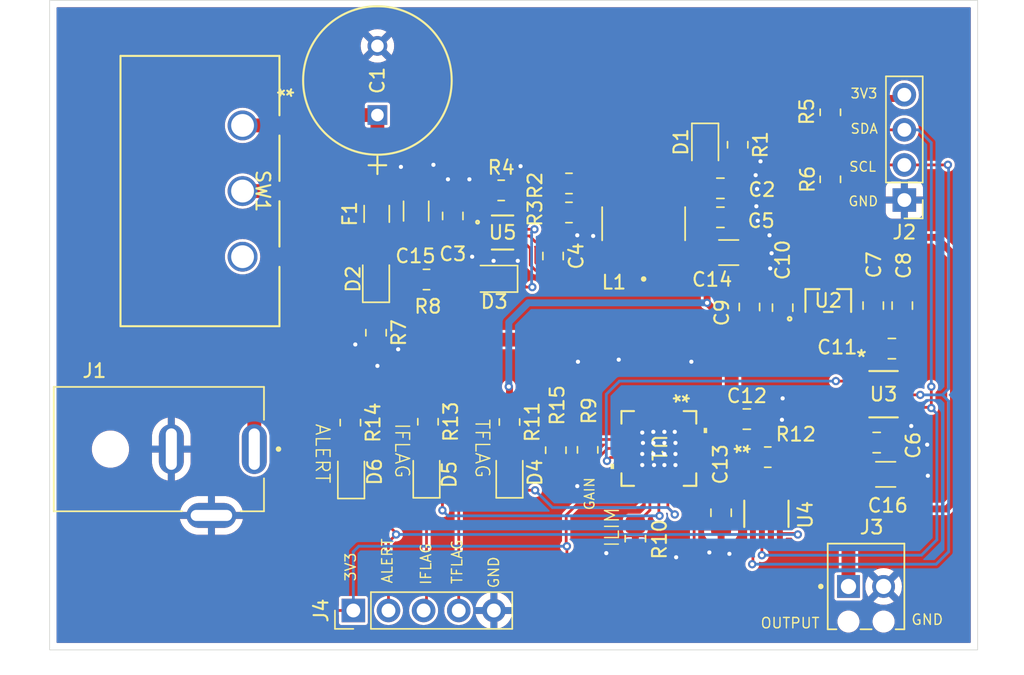
<source format=kicad_pcb>
(kicad_pcb (version 20240108) (generator "pcbnew") (generator_version "8.0")
  (layers (0 "F.Cu" signal) (1 "In1.Cu" signal) (2 "In2.Cu" signal) (31 "B.Cu" signal) (34 "B.Paste" user) (35 "F.Paste" user) (36 "B.SilkS" user "B.Silkscreen") (37 "F.SilkS" user "F.Silkscreen") (38 "B.Mask" user) (39 "F.Mask" user) (44 "Edge.Cuts" user))
  (net 0 "")
  (net 1 "/24V_INPUT")
  (net 2 "GND")
  (net 3 "+3V3")
  (net 4 "+24V")
  (net 5 "Net-(U5-BST)")
  (net 6 "Net-(U5-SW)")
  (net 7 "Net-(D1-K)")
  (net 8 "Net-(D2-K)")
  (net 9 "Net-(D3-K)")
  (net 10 "Net-(D3-A)")
  (net 11 "Net-(SW1-B)")
  (net 12 "Net-(U5-FB)")
  (net 14 "Net-(U5-RT)")
  (net 15 "VCCQ")
  (net 16 "Net-(D4-A)")
  (net 17 "TFLAG")
  (net 18 "Net-(D5-A)")
  (net 19 "IFLAG")
  (net 20 "/SDA")
  (net 21 "/SCL")
  (net 22 "Net-(U1-GAIN_SET)")
  (net 23 "Net-(U1-'-IN)")
  (net 24 "Net-(U1-ILIM)")
  (net 25 "/OP_OUTPUT")
  (net 26 "/OUTPUT")
  (net 27 "Net-(U1-'+IN)")
  (net 34 "ALERT")
  (net 35 "Net-(D6-A)")
  (footprint "Resistor_SMD:R_0805_2012Metric_Pad1.20x1.40mm_HandSolder" (layer "F.Cu") (at 97 93.3 -90)
    (property "Reference" "R10")
    (property "Value" "0")
  )
  (footprint "Capacitor_SMD:C_0805_2012Metric_Pad1.18x1.45mm_HandSolder" (layer "F.Cu") (at 91.05 72.85 -90)
    (property "Reference" "C4")
    (property "Value" "100nF")
  )
  (footprint "Capacitor_SMD:C_0805_2012Metric_Pad1.18x1.45mm_HandSolder" (layer "F.Cu") (at 105.25 76.5375 90)
    (property "Reference" "C9")
    (property "Value" "100nF")
  )
  (footprint "Resistor_SMD:R_0805_2012Metric_Pad1.20x1.40mm_HandSolder" (layer "F.Cu") (at 87.3 68.1)
    (property "Reference" "R4")
    (property "Value" "0")
  )
  (footprint "Resistor_SMD:R_0805_2012Metric_Pad1.20x1.40mm_HandSolder" (layer "F.Cu") (at 78.25 78.4 -90)
    (property "Reference" "R7")
    (property "Value" "1k")
  )
  (footprint "Resistor_SMD:R_0805_2012Metric_Pad1.20x1.40mm_HandSolder" (layer "F.Cu") (at 104.4 64.8 -90)
    (property "Reference" "R1")
    (property "Value" "1k")
  )
  (footprint "LED_SMD:LED_0805_2012Metric" (layer "F.Cu") (at 102.05 64.9375 -90)
    (property "Reference" "D1")
    (property "Value" "LED")
  )
  (footprint "Capacitor_SMD:C_0805_2012Metric_Pad1.18x1.45mm_HandSolder" (layer "F.Cu") (at 103.15 70.05)
    (property "Reference" "C5")
    (property "Value" "22uF")
  )
  (footprint "Capacitor_SMD:C_0805_2012Metric_Pad1.18x1.45mm_HandSolder" (layer "F.Cu") (at 114.2 76.4375 90)
    (property "Reference" "C7")
    (property "Value" "100nF")
  )
  (footprint "Capacitor_SMD:C_0805_2012Metric_Pad1.18x1.45mm_HandSolder" (layer "F.Cu") (at 83.8 69.95 90)
    (property "Reference" "C3")
    (property "Value" "22uF")
  )
  (footprint "Capacitor_SMD:C_0805_2012Metric_Pad1.18x1.45mm_HandSolder" (layer "F.Cu") (at 115.55 79.55 180)
    (property "Reference" "C11")
    (property "Value" "100nF")
  )
  (footprint "Power_Supply_Breakout:IND_1255AY-4R7M=P3" (layer "F.Cu") (at 97.6 70.5125 90)
    (property "Reference" "L1")
    (property "Value" "4.7uH")
  )
  (footprint "Power_Supply_Breakout:CUI_PJ-059A" (layer "F.Cu") (at 69.448 86.82155)
    (property "Reference" "J1")
    (property "Value" "Barrel_Jack_Switch")
  )
  (footprint "Capacitor_SMD:C_0805_2012Metric_Pad1.18x1.45mm_HandSolder" (layer "F.Cu") (at 116.3 76.4375 90)
    (property "Reference" "C8")
    (property "Value" "100nF")
  )
  (footprint "Resistor_SMD:R_0805_2012Metric_Pad1.20x1.40mm_HandSolder" (layer "F.Cu") (at 111.1 67.3 90)
    (property "Reference" "R6")
    (property "Value" "4.7k")
  )
  (footprint "LED_SMD:LED_0805_2012Metric" (layer "F.Cu") (at 87.9 88.6625 90)
    (property "Reference" "D4")
    (property "Value" "LED")
  )
  (footprint "Resistor_SMD:R_0805_2012Metric_Pad1.20x1.40mm_HandSolder" (layer "F.Cu") (at 82.005 84.8425 -90)
    (property "Reference" "R13")
    (property "Value" "1k")
  )
  (footprint "LED_SMD:LED_0805_2012Metric" (layer "F.Cu") (at 86.8 74.5 180)
    (property "Reference" "D3")
    (property "Value" "LED")
  )
  (footprint "Power_Supply_Breakout:OPA521IRGWT-M" (layer "F.Cu") (at 98.700001 86.7751 -90)
    (property "Reference" "U1")
    (property "Value" "OPA521IRGWT")
  )
  (footprint "Resistor_SMD:R_0805_2012Metric_Pad1.20x1.40mm_HandSolder" (layer "F.Cu") (at 91.25 86.9 -90)
    (property "Reference" "R15")
    (property "Value" "0")
  )
  (footprint "Resistor_SMD:R_0805_2012Metric_Pad1.20x1.40mm_HandSolder" (layer "F.Cu") (at 76.395 84.905 -90)
    (property "Reference" "R14")
    (property "Value" "1k")
  )
  (footprint "Power_Supply_Breakout:ECA-1HM331B" (layer "F.Cu") (at 78.35 62.65 90)
    (property "Reference" "C1")
    (property "Value" "330uF")
  )
  (footprint "LED_SMD:LED_0805_2012Metric" (layer "F.Cu") (at 81.9 88.6625 90)
    (property "Reference" "D5")
    (property "Value" "LED")
  )
  (footprint "Power_Supply_Breakout:INA232AIDDFR-M" (layer "F.Cu") (at 106.475008 91.50385 -90)
    (property "Reference" "U4")
    (property "Value" "INA232AIDDFR")
  )
  (footprint "Resistor_SMD:R_0805_2012Metric_Pad1.20x1.40mm_HandSolder" (layer "F.Cu") (at 111.1 62.45 -90)
    (property "Reference" "R5")
    (property "Value" "4.7k")
  )
  (footprint "Capacitor_SMD:C_0805_2012Metric_Pad1.18x1.45mm_HandSolder" (layer "F.Cu") (at 103.200001 91.4251 -90)
    (property "Reference" "C13")
    (property "Value" "100nF")
  )
  (footprint "Power_Supply_Breakout:REF3030-M" (layer "F.Cu") (at 110.949999 76.0707)
    (property "Reference" "U2")
    (property "Value" "REF3030")
  )
  (footprint "Capacitor_SMD:C_0805_2012Metric_Pad1.18x1.45mm_HandSolder" (layer "F.Cu") (at 114.45 86.35)
    (property "Reference" "C6")
    (property "Value" "100nF")
  )
  (footprint "LED_SMD:LED_0805_2012Metric" (layer "F.Cu") (at 76.45 88.7125 90)
    (property "Reference" "D6")
    (property "Value" "LED")
  )
  (footprint "Power_Supply_Breakout:MCP4726A0T_E_CH-M" (layer "F.Cu") (at 114.9462 82.850001)
    (property "Reference" "U3")
    (property "Value" "MCP4726A0T-E/CH")
  )
  (footprint "Capacitor_SMD:C_0805_2012Metric_Pad1.18x1.45mm_HandSolder" (layer "F.Cu") (at 105.0625 84.65)
    (property "Reference" "C12")
    (property "Value" "100nF")
  )
  (footprint "Resistor_SMD:R_0805_2012Metric_Pad1.20x1.40mm_HandSolder" (layer "F.Cu") (at 81.9 74.55)
    (property "Reference" "R8")
    (property "Value" "1k")
  )
  (footprint "Power_Supply_Breakout:L102021MS02Q" (layer "F.Cu") (at 68.6 63.399999 -90)
    (property "Reference" "SW1")
    (property "Value" "SW_SPDT")
  )
  (footprint "Connector_PinHeader_2.54mm:PinHeader_1x04_P2.54mm_Vertical" (layer "F.Cu") (at 116.45 68.8 180)
    (property "Reference" "J2")
    (property "Value" "Conn_01x04")
  )
  (footprint "Fuse:Fuse_1206_3216Metric_Pad1.42x1.75mm_HandSolder" (layer "F.Cu") (at 78.3 69.8 -90)
    (property "Reference" "F1")
    (property "Value" "Fuse")
  )
  (footprint "Capacitor_SMD:C_1206_3216Metric_Pad1.33x1.80mm_HandSolder" (layer "F.Cu") (at 115.1 88.65)
    (property "Reference" "C16")
    (property "Value" "10uF")
  )
  (footprint "Resistor_SMD:R_0805_2012Metric_Pad1.20x1.40mm_HandSolder" (layer "F.Cu") (at 92.2 67.6 180)
    (property "Reference" "R2")
    (property "Value" "31.3k")
  )
  (footprint "Connector_PinHeader_2.54mm:PinHeader_1x05_P2.54mm_Vertical" (layer "F.Cu") (at 76.61 98.5 90)
    (property "Reference" "J4")
    (property "Value" "Conn_01x05")
  )
  (footprint "Resistor_SMD:R_0805_2012Metric_Pad1.20x1.40mm_HandSolder" (layer "F.Cu") (at 87.9 84.8625 -90)
    (property "Reference" "R11")
    (property "Value" "1k")
  )
  (footprint "Capacitor_SMD:C_0805_2012Metric_Pad1.18x1.45mm_HandSolder" (layer "F.Cu") (at 107.65 76.5875 90)
    (property "Reference" "C10")
    (property "Value" "100nF")
  )
  (footprint "Resistor_SMD:R_0805_2012Metric_Pad1.20x1.40mm_HandSolder" (layer "F.Cu") (at 106.575008 87.40385)
    (property "Reference" "R12")
    (property "Value" "10m")
  )
  (footprint "Power_Supply_Breakout:PHOENIX_1725656" (layer "F.Cu") (at 110.91 99.86)
    (property "Reference" "J3")
    (property "Value" "Conn_01x02")
  )
  (footprint "Capacitor_SMD:C_1206_3216Metric_Pad1.33x1.80mm_HandSolder" (layer "F.Cu") (at 103.75 72.6)
    (property "Reference" "C14")
    (property "Value" "10uF")
  )
  (footprint "Capacitor_SMD:C_0805_2012Metric_Pad1.18x1.45mm_HandSolder" (layer "F.Cu") (at 103.15 67.95)
    (property "Reference" "C2")
    (property "Value" "22uF")
  )
  (footprint "Power_Supply_Breakout:TPS62933PDRLR-M" (layer "F.Cu") (at 87.3991 71.149811)
    (property "Reference" "U5")
    (property "Value" "TPS62933PDRLR")
  )
  (footprint "Resistor_SMD:R_0805_2012Metric_Pad1.20x1.40mm_HandSolder" (layer "F.Cu") (at 92.2 69.7 180)
    (property "Reference" "R3")
    (property "Value" "10k")
  )
  (footprint "LED_SMD:LED_0805_2012Metric" (layer "F.Cu") (at 78.25 74.5125 90)
    (property "Reference" "D2")
    (property "Value" "LED")
  )
  (footprint "Resistor_SMD:R_0805_2012Metric_Pad1.20x1.40mm_HandSolder" (layer "F.Cu") (at 93.550001 86.8751 -90)
    (property "Reference" "R9")
    (property "Value" "0")
  )
  (footprint "Capacitor_SMD:C_1206_3216Metric_Pad1.33x1.80mm_HandSolder" (layer "F.Cu") (at 81.15 69.6 90)
    (property "Reference" "C15")
    (property "Value" "10uF")
  )
  (gr_rect (start 54.65 54.35) (end 121.75 101.35) (stroke (width 0.05)) (fill none) (layer "Edge.Cuts"))
  (gr_text "ALERT" (at 73.8 84.9125 -90) (layer "F.SilkS") (effects (font (size 1 1) (thickness 0.1)) (justify left bottom)))
  (gr_text "IFLAG" (at 82.3 96.7 90) (layer "F.SilkS") (effects (font (size 0.75 0.75) (thickness 0.1)) (justify left bottom)))
  (gr_text "SCL" (at 112.4 66.8 0) (layer "F.SilkS") (effects (font (size 0.7 0.7) (thickness 0.1)) (justify left bottom)))
  (gr_text "SDA\n" (at 112.5 64.05 0) (layer "F.SilkS") (effects (font (size 0.7 0.7) (thickness 0.1)) (justify left bottom)))
  (gr_text "3V3" (at 76.85 96.45 90) (layer "F.SilkS") (effects (font (size 0.75 0.75) (thickness 0.1)) (justify left bottom)))
  (gr_text "ILIM" (at 95.9 94 90) (layer "F.SilkS") (effects (font (size 1 1) (thickness 0.1)) (justify left bottom)))
  (gr_text "GND\n" (at 112.35 69.3 0) (layer "F.SilkS") (effects (font (size 0.7 0.7) (thickness 0.1)) (justify left bottom)))
  (gr_text "ALERT" (at 79.5 96.6 90) (layer "F.SilkS") (effects (font (size 0.75 0.75) (thickness 0.1)) (justify left bottom)))
  (gr_text "3V3" (at 112.5 61.5 0) (layer "F.SilkS") (effects (font (size 0.7 0.7) (thickness 0.1)) (justify left bottom)))
  (gr_text "TFLAG" (at 84.55 96.65 90) (layer "F.SilkS") (effects (font (size 0.75 0.75) (thickness 0.1)) (justify left bottom)))
  (gr_text "GAIN" (at 94.1 91.3 90) (layer "F.SilkS") (effects (font (size 0.7 0.7) (thickness 0.1)) (justify left bottom)))
  (gr_text "IFLAG\n" (at 79.55 84.8625 -90) (layer "F.SilkS") (effects (font (size 1 1) (thickness 0.1)) (justify left bottom)))
  (gr_text "GND" (at 116.9 99.6 0) (layer "F.SilkS") (effects (font (size 0.75 0.75) (thickness 0.1)) (justify left bottom)))
  (gr_text "TFLAG\n" (at 85.35 84.5625 -90) (layer "F.SilkS") (effects (font (size 1 1) (thickness 0.1)) (justify left bottom)))
  (gr_text "OUTPUT" (at 106 99.85 0) (layer "F.SilkS") (effects (font (size 0.75 0.75) (thickness 0.1)) (justify left bottom)))
  (gr_text "GND" (at 87.2 96.95 90) (layer "F.SilkS") (effects (font (size 0.75 0.75) (thickness 0.1)) (justify left bottom)))
  (segment (start 72.85 62.6) (end 72.9 62.65) (width 1) (layer "F.Cu") (net 1))
  (segment (start 78.35 62.65) (end 78.35 68.2625) (width 1) (layer "F.Cu") (net 1))
  (segment (start 72.050001 63.399999) (end 72.85 62.6) (width 1) (layer "F.Cu") (net 1))
  (segment (start 72.9 62.65) (end 78.35 62.65) (width 1) (layer "F.Cu") (net 1))
  (segment (start 68.6 63.399999) (end 72.050001 63.399999) (width 1) (layer "F.Cu") (net 1))
  (segment (start 78.35 68.2625) (end 78.3 68.3125) (width 1) (layer "F.Cu") (net 1))
  (via (at 99.95 94.65) (size 0.6) (drill 0.3) (layers "F.Cu" "B.Cu") (net 2))
  (via (at 98.300001 85.5751) (size 0.6) (drill 0.3) (layers "F.Cu" "B.Cu") (net 2))
  (via (at 106.05 66) (size 0.6) (drill 0.3) (layers "F.Cu" "B.Cu") (net 2))
  (via (at 105.85 70.3) (size 0.6) (drill 0.3) (layers "F.Cu" "B.Cu") (net 2))
  (via (at 101.05 80.5) (size 0.6) (drill 0.3) (layers "F.Cu" "B.Cu") (net 2))
  (via (at 106.85 72.65) (size 0.6) (drill 0.3) (layers "F.Cu" "B.Cu") (net 2))
  (via (at 79.85 79.6) (size 0.6) (drill 0.3) (layers "F.Cu" "B.Cu") (net 2))
  (via (at 105.75 69.25) (size 0.6) (drill 0.3) (layers "F.Cu" "B.Cu") (net 2))
  (via (at 99.850001 85.5751) (size 0.6) (drill 0.3) (layers "F.Cu" "B.Cu") (net 2))
  (via (at 93.95 71.4) (size 0.6) (drill 0.3) (layers "F.Cu" "B.Cu") (net 2))
  (via (at 97.500001 87.9751) (size 0.6) (drill 0.3) (layers "F.Cu" "B.Cu") (net 2))
  (via (at 85 67.3) (size 0.6) (drill 0.3) (layers "F.Cu" "B.Cu") (net 2))
  (via (at 105.7 67) (size 0.6) (drill 0.3) (layers "F.Cu" "B.Cu") (net 2))
  (via (at 88.7 66.35) (size 0.6) (drill 0.3) (layers "F.Cu" "B.Cu") (net 2))
  (via (at 99.100001 87.1751) (size 0.6) (drill 0.3) (layers "F.Cu" "B.Cu") (net 2))
  (via (at 99.900001 87.1751) (size 0.6) (drill 0.3) (layers "F.Cu" "B.Cu") (net 2))
  (via (at 97.500001 85.6251) (size 0.6) (drill 0.3) (layers "F.Cu" "B.Cu") (net 2))
  (via (at 97.550001 86.3751) (size 0.6) (drill 0.3) (layers "F.Cu" "B.Cu") (net 2))
  (via (at 86.75 73.2) (size 0.6) (drill 0.3) (layers "F.Cu" "B.Cu") (net 2))
  (via (at 102.35 94.3) (size 0.6) (drill 0.3) (layers "F.Cu" "B.Cu") (net 2))
  (via (at 88.5 73.2) (size 0.6) (drill 0.3) (layers "F.Cu" "B.Cu") (net 2))
  (via (at 118.1 86.5) (size 0.6) (drill 0.3) (layers "F.Cu" "B.Cu") (net 2))
  (via (at 107.6 84.7) (size 0.6) (drill 0.3) (layers "F.Cu" "B.Cu") (net 2))
  (via (at 106.75 73.75) (size 0.6) (drill 0.3) (layers "F.Cu" "B.Cu") (net 2))
  (via (at 99.100001 86.3751) (size 0.6) (drill 0.3) (layers "F.Cu" "B.Cu") (net 2))
  (via (at 92.85 80.5) (size 0.6) (drill 0.3) (layers "F.Cu" "B.Cu") (net 2))
  (via (at 95.8 80.35) (size 0.6) (drill 0.3) (layers "F.Cu" "B.Cu") (net 2))
  (via (at 106.7 71.35) (size 0.6) (drill 0.3) (layers "F.Cu" "B.Cu") (net 2))
  (via (at 98.350001 87.9751) (size 0.6) (drill 0.3) (layers "F.Cu" "B.Cu") (net 2))
  (via (at 92.8 71.35) (size 0.6) (drill 0.3) (layers "F.Cu" "B.Cu") (net 2))
  (via (at 99.100001 87.9751) (size 0.6) (drill 0.3) (layers "F.Cu" "B.Cu") (net 2))
  (via (at 98.300001 87.1751) (size 0.6) (drill 0.3) (layers "F.Cu" "B.Cu") (net 2))
  (via (at 85.2 72.9) (size 0.6) (drill 0.3) (layers "F.Cu" "B.Cu") (net 2))
  (via (at 105.8 68) (size 0.6) (drill 0.3) (layers "F.Cu" "B.Cu") (net 2))
  (via (at 99.100001 85.5751) (size 0.6) (drill 0.3) (layers "F.Cu" "B.Cu") (net 2))
  (via (at 107.65 83.15) (size 0.6) (drill 0.3) (layers "F.Cu" "B.Cu") (net 2))
  (via (at 99.900001 86.3751) (size 0.6) (drill 0.3) (layers "F.Cu" "B.Cu") (net 2))
  (via (at 76.75 79.25) (size 0.6) (drill 0.3) (layers "F.Cu" "B.Cu") (net 2))
  (via (at 78.35 80.8) (size 0.6) (drill 0.3) (layers "F.Cu" "B.Cu") (net 2))
  (via (at 94.9 94.35) (size 0.6) (drill 0.3) (layers "F.Cu" "B.Cu") (net 2))
  (via (at 80.05 66.4) (size 0.6) (drill 0.3) (layers "F.Cu" "B.Cu") (net 2))
  (via (at 116.95 85.15) (size 0.6) (drill 0.3) (layers "F.Cu" "B.Cu") (net 2))
  (via (at 98.300001 86.3751) (size 0.6) (drill 0.3) (layers "F.Cu" "B.Cu") (net 2))
  (via (at 97.500001 87.1751) (size 0.6) (drill 0.3) (layers "F.Cu" "B.Cu") (net 2))
  (via (at 83.45 67.3) (size 0.6) (drill 0.3) (layers "F.Cu" "B.Cu") (net 2))
  (via (at 92.8 89.5) (size 0.6) (drill 0.3) (layers "F.Cu" "B.Cu") (net 2))
  (via (at 103.8 94.4) (size 0.6) (drill 0.3) (layers "F.Cu" "B.Cu") (net 2))
  (via (at 82.4 66.25) (size 0.6) (drill 0.3) (layers "F.Cu" "B.Cu") (net 2))
  (via (at 99.900001 87.9751) (size 0.6) (drill 0.3) (layers "F.Cu" "B.Cu") (net 2))
  (via (at 118.15 88.75) (size 0.6) (drill 0.3) (layers "F.Cu" "B.Cu") (net 2))
  (segment (start 120 90.65) (end 120 72.75) (width 0.5) (layer "F.Cu") (net 3))
  (segment (start 103.200001 90.3876) (end 102.0124 90.3876) (width 0.2) (layer "F.Cu") (net 3))
  (segment (start 100.35 95.9) (end 92.5 95.9) (width 0.2) (layer "F.Cu") (net 3))
  (segment (start 97.2375 67.8) (end 93.4 67.8) (width 1) (layer "F.Cu") (net 3))
  (segment (start 87.9 83.8625) (end 87.9 82.35) (width 0.5) (layer "F.Cu") (net 3))
  (segment (start 107.6 77.575) (end 107.65 77.625) (width 0.5) (layer "F.Cu") (net 3))
  (segment (start 97.400001 89.15) (end 97.400001 90.449999) (width 0.2) (layer "F.Cu") (net 3))
  (segment (start 111.1 69.95) (end 109.999998 71.050002) (width 0.5) (layer "F.Cu") (net 3))
  (segment (start 109.512498 77.625) (end 109.999998 77.1375) (width 0.5) (layer "F.Cu") (net 3))
  (segment (start 105.187529 90.3876) (end 105.500029 90.0751) (width 0.2) (layer "F.Cu") (net 3))
  (segment (start 92 93.8) (end 92.05 93.85) (width 0.2) (layer "F.Cu") (net 3))
  (segment (start 113.5375 89.8375) (end 114.85 91.15) (width 0.5) (layer "F.Cu") (net 3))
  (segment (start 74.245 83.905) (end 76.395 83.905) (width 0.2) (layer "F.Cu") (net 3))
  (segment (start 97 90.85) (end 92.75 90.85) (width 0.2) (layer "F.Cu") (net 3))
  (segment (start 102.0124 90.3876) (end 101.25 91.15) (width 0.2) (layer "F.Cu") (net 3))
  (segment (start 73.65 97.05) (end 73.65 84.5) (width 0.2) (layer "F.Cu") (net 3))
  (segment (start 114.25 71.5) (end 113.05 70.3) (width 0.5) (layer "F.Cu") (net 3))
  (segment (start 82.005 83.8425) (end 87.88 83.8425) (width 0.5) (layer "F.Cu") (net 3))
  (segment (start 87.88 83.8425) (end 87.9 83.8625) (width 0.5) (layer "F.Cu") (net 3))
  (segment (start 76.395 83.905) (end 81.9425 83.905) (width 0.5) (layer "F.Cu") (net 3))
  (segment (start 113.4125 83.987502) (end 113.6 83.800002) (width 0.5) (layer "F.Cu") (net 3))
  (segment (start 73.65 84.5) (end 74.245 83.905) (width 0.2) (layer "F.Cu") (net 3))
  (segment (start 105.25 77.575) (end 103.525 77.575) (width 0.5) (layer "F.Cu") (net 3))
  (segment (start 107.65 77.625) (end 109.512498 77.625) (width 0.5) (layer "F.Cu") (net 3))
  (segment (start 103.200001 90.3876) (end 105.187529 90.3876) (width 0.2) (layer "F.Cu") (net 3))
  (segment (start 101.25 95) (end 100.35 95.9) (width 0.2) (layer "F.Cu") (net 3))
  (segment (start 97.8125 67.95) (end 97.6 68.1625) (width 1) (layer "F.Cu") (net 3))
  (segment (start 113.05 68.85) (end 112.5 68.3) (width 0.5) (layer "F.Cu") (net 3))
  (segment (start 102.1125 67.95) (end 102.1125 65.9375) (width 1) (layer "F.Cu") (net 3))
  (segment (start 92.5 95.9) (end 92.05 95.45) (width 0.2) (layer "F.Cu") (net 3))
  (segment (start 111.1 61.45) (end 116.18 61.45) (width 0.5) (layer "F.Cu") (net 3))
  (segment (start 120 72.75) (end 118.75 71.5) (width 0.5) (layer "F.Cu") (net 3))
  (segment (start 111.1 68.3) (end 111.1 69.95) (width 0.5) (layer "F.Cu") (net 3))
  (segment (start 102.1875 72.6) (end 102.1875 70.125) (width 1) (layer "F.Cu") (net 3))
  (segment (start 75.1 98.5) (end 73.65 97.05) (width 0.2) (layer "F.Cu") (net 3))
  (segment (start 87.9 82.35) (end 87.85 82.3) (width 0.5) (layer "F.Cu") (net 3))
  (segment (start 113.05 70.3) (end 113.05 68.85) (width 0.5) (layer "F.Cu") (net 3))
  (segment (start 105.25 77.575) (end 107.6 77.575) (width 0.5) (layer "F.Cu") (net 3))
  (segment (start 101.25 91.15) (end 101.25 95) (width 0.2) (layer "F.Cu") (net 3))
  (segment (start 102.1875 70.125) (end 102.1125 70.05) (width 1) (layer "F.Cu") (net 3))
  (segment (start 119.5 91.15) (end 120 90.65) (width 0.5) (layer "F.Cu") (net 3))
  (segment (start 116.18 61.45) (end 116.45 61.18) (width 0.5) (layer "F.Cu") (net 3))
  (segment (start 118.75 71.5) (end 114.25 71.5) (width 0.5) (layer "F.Cu") (net 3))
  (segment (start 113.5375 88.65) (end 113.5375 86.475) (width 0.5) (layer "F.Cu") (net 3))
  (segment (start 102.1125 70.05) (end 102.1125 67.95) (width 1) (layer "F.Cu") (net 3))
  (segment (start 76.61 98.5) (end 75.1 98.5) (width 0.2) (layer "F.Cu") (net 3))
  (segment (start 109.2 62.15) (end 109.2 68.15) (width 0.5) (layer "F.Cu") (net 3))
  (segment (start 102.1125 65.9375) (end 102.05 65.875) (width 1) (layer "F.Cu") (net 3))
  (segment (start 109.999998 71.050002) (end 109.999998 77.1375) (width 0.5) (layer "F.Cu") (net 3))
  (segment (start 109.2 68.15) (end 109.35 68.3) (width 0.5) (layer "F.Cu") (net 3))
  (segment (start 112.5 68.3) (end 111.1 68.3) (width 0.5) (layer "F.Cu") (net 3))
  (segment (start 109.35 68.3) (end 111.1 68.3) (width 0.5) (layer "F.Cu") (net 3))
  (segment (start 114.85 91.15) (end 119.5 91.15) (width 0.5) (layer "F.Cu") (net 3))
  (segment (start 113.5375 88.65) (end 113.5375 89.8375) (width 0.5) (layer "F.Cu") (net 3))
  (segment (start 102.1875 76.2375) (end 102.1875 72.6) (width 0.5) (layer "F.Cu") (net 3))
  (segment (start 97.400001 90.449999) (end 97 90.85) (width 0.2) (layer "F.Cu") (net 3))
  (segment (start 109.9 61.45) (end 109.2 62.15) (width 0.5) (layer "F.Cu") (net 3))
  (segment (start 92.05 95.45) (end 92.05 93.85) (width 0.2) (layer "F.Cu") (net 3))
  (segment (start 113.4125 86.35) (end 113.4125 83.987502) (width 0.5) (layer "F.Cu") (net 3))
  (segment (start 102.1125 67.95) (end 97.8125 67.95) (width 1) (layer "F.Cu") (net 3))
  (segment (start 97.6 68.1625) (end 97.2375 67.8) (width 1) (layer "F.Cu") (net 3))
  (segment (start 92 91.6) (end 92 93.8) (width 0.2) (layer "F.Cu") (net 3))
  (segment (start 92.75 90.85) (end 92 91.6) (width 0.2) (layer "F.Cu") (net 3))
  (segment (start 103.525 77.575) (end 102.1875 76.2375) (width 0.5) (layer "F.Cu") (net 3))
  (segment (start 113.5375 86.475) (end 113.4125 86.35) (width 0.5) (layer "F.Cu") (net 3))
  (segment (start 111.1 61.45) (end 109.9 61.45) (width 0.5) (layer "F.Cu") (net 3))
  (segment (start 93.4 67.8) (end 93.2 67.6) (width 1) (layer "F.Cu") (net 3))
  (segment (start 81.9425 83.905) (end 82.005 83.8425) (width 0.5) (layer "F.Cu") (net 3))
  (via (at 92.05 93.85) (size 0.6) (drill 0.3) (layers "F.Cu" "B.Cu") (net 3))
  (via (at 87.85 82.3) (size 0.6) (drill 0.3) (layers "F.Cu" "B.Cu") (net 3))
  (via (at 102.1875 76.2375) (size 0.6) (drill 0.3) (layers "F.Cu" "B.Cu") (net 3))
  (segment (start 76.61 94.26) (end 76.61 98.5) (width 0.2) (layer "B.Cu") (net 3))
  (segment (start 76.6 94.25) (end 76.61 94.26) (width 0.2) (layer "B.Cu") (net 3))
  (segment (start 87.85 77.65) (end 89.2625 76.2375) (width 0.5) (layer "B.Cu") (net 3))
  (segment (start 77 93.85) (end 76.6 94.25) (width 0.2) (layer "B.Cu") (net 3))
  (segment (start 89.2625 76.2375) (end 102.1875 76.2375) (width 0.5) (layer "B.Cu") (net 3))
  (segment (start 92.05 93.85) (end 77 93.85) (width 0.2) (layer "B.Cu") (net 3))
  (segment (start 87.85 82.3) (end 87.85 77.65) (width 0.5) (layer "B.Cu") (net 3))
  (segment (start 103.962501 84.8251) (end 103.962501 80.962501) (width 1) (layer "F.Cu") (net 4))
  (segment (start 82.9 78.9) (end 80.9 76.9) (width 1) (layer "F.Cu") (net 4))
  (segment (start 91.25 78.9) (end 82.9 78.9) (width 1) (layer "F.Cu") (net 4))
  (segment (start 103.962501 80.962501) (end 101.9 78.9) (width 1) (layer "F.Cu") (net 4))
  (segment (start 80.9 76.9) (end 80.9 74.55) (width 1) (layer "F.Cu") (net 4))
  (segment (start 101.9 78.9) (end 91.25 78.9) (width 1) (layer "F.Cu") (net 4))
  (segment (start 88.25 71.399874) (end 89.349874 71.399874) (width 0.2) (layer "F.Cu") (net 5))
  (segment (start 89.349874 71.399874) (end 89.7625 71.8125) (width 0.2) (layer "F.Cu") (net 5))
  (segment (start 89.7625 71.8125) (end 91.05 71.8125) (width 0.2) (layer "F.Cu") (net 5))
  (segment (start 89.4 73.5) (end 89.7875 73.8875) (width 0.2) (layer "F.Cu") (net 6))
  (segment (start 89 71.9) (end 89.4 72.3) (width 0.2) (layer "F.Cu") (net 6))
  (segment (start 89.4 72.3) (end 89.4 73.5) (width 0.2) (layer "F.Cu") (net 6))
  (segment (start 88.25 71.9) (end 89 71.9) (width 0.2) (layer "F.Cu") (net 6))
  (segment (start 93.2375 72.8625) (end 97.6 72.8625) (width 0.5) (layer "F.Cu") (net 6))
  (segment (start 91.05 73.8875) (end 92.2125 73.8875) (width 0.5) (layer "F.Cu") (net 6))
  (segment (start 92.2125 73.8875) (end 93.2375 72.8625) (width 0.5) (layer "F.Cu") (net 6))
  (segment (start 89.7875 73.8875) (end 91.05 73.8875) (width 0.2) (layer "F.Cu") (net 6))
  (segment (start 104.2 64) (end 104.4 63.8) (width 0.5) (layer "F.Cu") (net 7))
  (segment (start 102.05 64) (end 104.2 64) (width 0.5) (layer "F.Cu") (net 7))
  (segment (start 78.25 77.4) (end 78.25 75.45) (width 1) (layer "F.Cu") (net 8))
  (segment (start 88.266666 70.916414) (end 88.25 70.899748) (width 0.2) (layer "F.Cu") (net 9))
  (segment (start 89.705215 70.916414) (end 88.266666 70.916414) (width 0.2) (layer "F.Cu") (net 9))
  (segment (start 88.5 74.5) (end 89.1 75.1) (width 0.2) (layer "F.Cu") (net 9))
  (segment (start 87.7375 74.5) (end 88.5 74.5) (width 0.2) (layer "F.Cu") (net 9))
  (segment (start 89.1 75.1) (end 89.55 75.1) (width 0.2) (layer "F.Cu") (net 9))
  (via (at 89.55 75.1) (size 0.6) (drill 0.3) (layers "F.Cu" "B.Cu") (net 9))
  (via (at 89.705215 70.916414) (size 0.6) (drill 0.3) (layers "F.Cu" "B.Cu") (net 9))
  (segment (start 89.55 75.1) (end 89.5 75.05) (width 0.2) (layer "B.Cu") (net 9))
  (segment (start 89.5 71.121629) (end 89.705215 70.916414) (width 0.2) (layer "B.Cu") (net 9))
  (segment (start 89.5 75.05) (end 89.5 71.121629) (width 0.2) (layer "B.Cu") (net 9))
  (segment (start 82.95 74.5) (end 82.9 74.55) (width 1) (layer "F.Cu") (net 10))
  (segment (start 85.8625 74.5) (end 82.95 74.5) (width 1) (layer "F.Cu") (net 10))
  (segment (start 73.15 79.45) (end 73.15 70.45) (width 1) (layer "F.Cu") (net 11))
  (segment (start 69.448 83.152) (end 73.15 79.45) (width 1) (layer "F.Cu") (net 11))
  (segment (start 69.448 86.82155) (end 69.448 83.152) (width 1) (layer "F.Cu") (net 11))
  (segment (start 73.15 70.45) (end 70.85 68.15) (width 1) (layer "F.Cu") (net 11))
  (segment (start 70.85 68.15) (end 68.6 68.15) (width 1) (layer "F.Cu") (net 11))
  (segment (start 91.2 69.7) (end 91.2 67.6) (width 0.2) (layer "F.Cu") (net 12))
  (segment (start 89.400378 70.399622) (end 90.1 69.7) (width 0.2) (layer "F.Cu") (net 12))
  (segment (start 88.25 70.399622) (end 89.400378 70.399622) (width 0.2) (layer "F.Cu") (net 12))
  (segment (start 90.1 69.7) (end 91.2 69.7) (width 0.2) (layer "F.Cu") (net 12))
  (segment (start 86.5482 70.399622) (end 86.5482 68.3482) (width 0.2) (layer "F.Cu") (net 14))
  (segment (start 86.5482 68.3482) (end 86.3 68.1) (width 0.2) (layer "F.Cu") (net 14))
  (segment (start 116.5875 81.6049) (end 116.2924 81.9) (width 0.5) (layer "F.Cu") (net 15))
  (segment (start 114.175 77.45) (end 114.2 77.475) (width 0.5) (layer "F.Cu") (net 15))
  (segment (start 116.5875 79.55) (end 116.5875 81.6049) (width 0.5) (layer "F.Cu") (net 15))
  (segment (start 111.9 77.1375) (end 112.2125 77.45) (width 0.5) (layer "F.Cu") (net 15))
  (segment (start 112.2125 77.45) (end 114.175 77.45) (width 0.5) (layer "F.Cu") (net 15))
  (segment (start 114.2 77.475) (end 116.3 77.475) (width 0.5) (layer "F.Cu") (net 15))
  (segment (start 116.3 79.2625) (end 116.5875 79.55) (width 0.5) (layer "F.Cu") (net 15))
  (segment (start 116.3 77.475) (end 116.3 79.2625) (width 0.5) (layer "F.Cu") (net 15))
  (segment (start 87.9 87.725) (end 87.9 85.8625) (width 0.5) (layer "F.Cu") (net 16))
  (segment (start 88.1 89.8) (end 87.9 89.6) (width 0.2) (layer "F.Cu") (net 17))
  (segment (start 87.9 89.6) (end 85.25 89.6) (width 0.2) (layer "F.Cu") (net 17))
  (segment (start 99.85 91.55) (end 99.35 91.05) (width 0.2) (layer "F.Cu") (net 17))
  (segment (start 99.35 91.05) (end 99.35 89.15) (width 0.2) (layer "F.Cu") (net 17))
  (segment (start 84.23 90.62) (end 84.23 98.5) (width 0.2) (layer "F.Cu") (net 17))
  (segment (start 89.75 89.8) (end 88.1 89.8) (width 0.2) (layer "F.Cu") (net 17))
  (segment (start 85.25 89.6) (end 84.23 90.62) (width 0.2) (layer "F.Cu") (net 17))
  (via (at 99.85 91.55) (size 0.6) (drill 0.3) (layers "F.Cu" "B.Cu") (net 17))
  (via (at 89.75 89.8) (size 0.6) (drill 0.3) (layers "F.Cu" "B.Cu") (net 17))
  (segment (start 99.85 91.55) (end 99.35 91.05) (width 0.2) (layer "B.Cu") (net 17))
  (segment (start 91 91.05) (end 89.75 89.8) (width 0.2) (layer "B.Cu") (net 17))
  (segment (start 99.35 91.05) (end 91 91.05) (width 0.2) (layer "B.Cu") (net 17))
  (segment (start 81.9 87.725) (end 81.9 85.9475) (width 0.5) (layer "F.Cu") (net 18))
  (segment (start 81.9 85.9475) (end 82.005 85.8425) (width 0.5) (layer "F.Cu") (net 18))
  (segment (start 83.05 90.75) (end 81.9 89.6) (width 0.2) (layer "F.Cu") (net 19))
  (segment (start 81.9 89.6) (end 81.9 98.29) (width 0.2) (layer "F.Cu") (net 19))
  (segment (start 81.9 98.29) (end 81.69 98.5) (width 0.2) (layer "F.Cu") (net 19))
  (segment (start 83.05 91.25) (end 83.05 90.75) (width 0.2) (layer "F.Cu") (net 19))
  (segment (start 98.700001 91.600001) (end 98.75 91.65) (width 0.2) (layer "F.Cu") (net 19))
  (segment (start 98.700001 89.15) (end 98.700001 91.600001) (width 0.2) (layer "F.Cu") (net 19))
  (via (at 98.75 91.65) (size 0.6) (drill 0.3) (layers "F.Cu" "B.Cu") (net 19))
  (via (at 83.05 91.25) (size 0.6) (drill 0.3) (layers "F.Cu" "B.Cu") (net 19))
  (segment (start 83.45 91.65) (end 83.05 91.25) (width 0.2) (layer "B.Cu") (net 19))
  (segment (start 98.75 91.65) (end 83.45 91.65) (width 0.2) (layer "B.Cu") (net 19))
  (segment (start 111.37 63.72) (end 111.1 63.45) (width 0.2) (layer "F.Cu") (net 20))
  (segment (start 106.15 94.5) (end 106.15 92.932615) (width 0.2) (layer "F.Cu") (net 20))
  (segment (start 116.45 63.72) (end 111.37 63.72) (width 0.2) (layer "F.Cu") (net 20))
  (segment (start 106.15 92.932615) (end 106.150015 92.9326) (width 0.2) (layer "F.Cu") (net 20))
  (segment (start 118.4 83.85) (end 118.4 82.3) (width 0.2) (layer "F.Cu") (net 20))
  (segment (start 118.350002 83.800002) (end 118.4 83.85) (width 0.2) (layer "F.Cu") (net 20))
  (segment (start 116.2924 83.800002) (end 118.350002 83.800002) (width 0.2) (layer "F.Cu") (net 20))
  (via (at 118.4 82.3) (size 0.6) (drill 0.3) (layers "F.Cu" "B.Cu") (net 20))
  (via (at 118.4 83.85) (size 0.6) (drill 0.3) (layers "F.Cu" "B.Cu") (net 20))
  (via (at 106.15 94.5) (size 0.6) (drill 0.3) (layers "F.Cu" "B.Cu") (net 20))
  (segment (start 106.15 94.5) (end 117.684314 94.5) (width 0.2) (layer "B.Cu") (net 20))
  (segment (start 117.47 63.72) (end 116.45 63.72) (width 0.2) (layer "B.Cu") (net 20))
  (segment (start 118.4 64.65) (end 117.47 63.72) (width 0.2) (layer "B.Cu") (net 20))
  (segment (start 118.8 84.25) (end 118.4 83.85) (width 0.2) (layer "B.Cu") (net 20))
  (segment (start 117.684314 94.5) (end 118.8 93.384314) (width 0.2) (layer "B.Cu") (net 20))
  (segment (start 118.4 82.3) (end 118.4 64.65) (width 0.2) (layer "B.Cu") (net 20))
  (segment (start 118.8 93.384314) (end 118.8 84.25) (width 0.2) (layer "B.Cu") (net 20))
  (segment (start 117.6 82.9) (end 116.342399 82.9) (width 0.2) (layer "F.Cu") (net 21))
  (segment (start 119.59 66.26) (end 116.45 66.26) (width 0.2) (layer "F.Cu") (net 21))
  (segment (start 116.45 66.26) (end 111.14 66.26) (width 0.2) (layer "F.Cu") (net 21))
  (segment (start 105.500029 95.099971) (end 105.500029 92.9326) (width 0.2) (layer "F.Cu") (net 21))
  (segment (start 116.342399 82.9) (end 116.2924 82.850001) (width 0.2) (layer "F.Cu") (net 21))
  (segment (start 105.45 95.15) (end 105.500029 95.099971) (width 0.2) (layer "F.Cu") (net 21))
  (segment (start 119.6 66.25) (end 119.59 66.26) (width 0.2) (layer "F.Cu") (net 21))
  (segment (start 111.14 66.26) (end 111.1 66.3) (width 0.2) (layer "F.Cu") (net 21))
  (via (at 119.6 66.25) (size 0.6) (drill 0.3) (layers "F.Cu" "B.Cu") (net 21))
  (via (at 105.45 95.15) (size 0.6) (drill 0.3) (layers "F.Cu" "B.Cu") (net 21))
  (via (at 117.6 82.9) (size 0.6) (drill 0.3) (layers "F.Cu" "B.Cu") (net 21))
  (segment (start 105.45 95.15) (end 118.75 95.15) (width 0.2) (layer "B.Cu") (net 21))
  (segment (start 118.75 95.15) (end 119.65 94.25) (width 0.2) (layer "B.Cu") (net 21))
  (segment (start 119.2 82.9) (end 117.6 82.9) (width 0.2) (layer "B.Cu") (net 21))
  (segment (start 119.65 83.35) (end 119.2 82.9) (width 0.2) (layer "B.Cu") (net 21))
  (segment (start 119.65 66.3) (end 119.6 66.25) (width 0.2) (layer "B.Cu") (net 21))
  (segment (start 119.65 82.45) (end 119.65 66.3) (width 0.2) (layer "B.Cu") (net 21))
  (segment (start 119.2 82.9) (end 119.65 82.45) (width 0.2) (layer "B.Cu") (net 21))
  (segment (start 119.65 94.25) (end 119.65 83.35) (width 0.2) (layer "B.Cu") (net 21))
  (segment (start 95.000001 86.7751) (end 96.325101 86.7751) (width 0.2) (layer "F.Cu") (net 22))
  (segment (start 93.550001 87.8751) (end 93.900001 87.8751) (width 0.2) (layer "F.Cu") (net 22))
  (segment (start 93.900001 87.8751) (end 95.000001 86.7751) (width 0.2) (layer "F.Cu") (net 22))
  (segment (start 91.25 85.9) (end 93.525101 85.9) (width 0.2) (layer "F.Cu") (net 23))
  (segment (start 93.800002 86.125101) (end 96.325101 86.125101) (width 0.2) (layer "F.Cu") (net 23))
  (segment (start 93.525101 85.9) (end 93.550001 85.8751) (width 0.2) (layer "F.Cu") (net 23))
  (segment (start 93.550001 85.8751) (end 93.800002 86.125101) (width 0.2) (layer "F.Cu") (net 23))
  (segment (start 97 92.3) (end 98.05 91.25) (width 0.2) (layer "F.Cu") (net 24))
  (segment (start 98.05 91.25) (end 98.05 89.150002) (width 0.2) (layer "F.Cu") (net 24))
  (segment (start 98.05 89.150002) (end 98.050002 89.15) (width 0.2) (layer "F.Cu") (net 24))
  (segment (start 106.800001 88.9251) (end 106.800001 90.0751) (width 0.2) (layer "F.Cu") (net 25))
  (segment (start 105.575008 87.700107) (end 106.800001 88.9251) (width 0.2) (layer "F.Cu") (net 25))
  (segment (start 105.575008 87.40385) (end 105.575008 87.700107) (width 0.2) (layer "F.Cu") (net 25))
  (segment (start 110.5 88.5) (end 109.40385 87.40385) (width 1) (layer "F.Cu") (net 26))
  (segment (start 110.5 91.35) (end 110.5 88.5) (width 1) (layer "F.Cu") (net 26))
  (segment (start 112.41 96.76) (end 112.41 93.26) (width 1) (layer "F.Cu") (net 26))
  (segment (start 107.575008 87.40385) (end 107.449987 87.528871) (width 0.2) (layer "F.Cu") (net 26))
  (segment (start 109.40385 87.40385) (end 107.575008 87.40385) (width 1) (layer "F.Cu") (net 26))
  (segment (start 107.449987 87.528871) (end 107.449987 90.0751) (width 0.2) (layer "F.Cu") (net 26))
  (segment (start 112.41 93.26) (end 110.5 91.35) (width 1) (layer "F.Cu") (net 26))
  (segment (start 96.325101 87.425099) (end 95.200002 87.425099) (width 0.2) (layer "F.Cu") (net 27))
  (segment (start 95.200002 87.425099) (end 94.950001 87.6751) (width 0.2) (layer "F.Cu") (net 27))
  (segment (start 111.5 81.9) (end 113.6 81.9) (width 0.2) (layer "F.Cu") (net 27))
  (via (at 94.950001 87.6751) (size 0.6) (drill 0.3) (layers "F.Cu" "B.Cu") (net 27))
  (via (at 111.5 81.9) (size 0.6) (drill 0.3) (layers "F.Cu" "B.Cu") (net 27))
  (segment (start 94.9 82.85) (end 94.9 87.625099) (width 0.2) (layer "B.Cu") (net 27))
  (segment (start 95.85 81.9) (end 94.9 82.85) (width 0.2) (layer "B.Cu") (net 27))
  (segment (start 111.5 81.9) (end 95.85 81.9) (width 0.2) (layer "B.Cu") (net 27))
  (segment (start 94.9 87.625099) (end 94.950001 87.6751) (width 0.2) (layer "B.Cu") (net 27))
  (segment (start 79.15 93.55) (end 79.15 98.5) (width 0.2) (layer "F.Cu") (net 34))
  (segment (start 79.7 93) (end 79.15 93.55) (width 0.2) (layer "F.Cu") (net 34))
  (segment (start 108.6826 92.9326) (end 108.75 93) (width 0.2) (layer "F.Cu") (net 34))
  (segment (start 76.45 89.65) (end 79.7 92.9) (width 0.2) (layer "F.Cu") (net 34))
  (segment (start 79.7 92.9) (end 79.7 93) (width 0.2) (layer "F.Cu") (net 34))
  (segment (start 107.449987 92.9326) (end 108.6826 92.9326) (width 0.2) (layer "F.Cu") (net 34))
  (via (at 108.75 93) (size 0.6) (drill 0.3) (layers "F.Cu" "B.Cu") (net 34))
  (via (at 79.7 93) (size 0.6) (drill 0.3) (layers "F.Cu" "B.Cu") (net 34))
  (segment (start 108.75 93) (end 79.7 93) (width 0.2) (layer "B.Cu") (net 34))
  (segment (start 76.45 85.96) (end 76.395 85.905) (width 0.5) (layer "F.Cu") (net 35))
  (segment (start 76.45 87.775) (end 76.45 85.96) (width 0.5) (layer "F.Cu") (net 35))
  (zone (net 25) (net_name "/OP_OUTPUT") (layer "F.Cu") (priority 8) (connect_pads no (clearance 0)) (min_thickness 0.1) (fill yes (thermal_gap 0.5) (thermal_bridge_width 0.5))
    (polygon (pts (xy 100.450001 85.9251) (xy 100.450001 86.9751) (xy 102.300001 86.9751) (xy 102.300001 88.3251) (xy 104.800001 88.3751) (xy 106.400001 88.3251) (xy 106.350001 85.9251)))
  )
  (zone (net 4) (net_name "+24V") (layer "F.Cu") (priority 8) (connect_pads no (clearance 0)) (min_thickness 0.1) (fill yes (thermal_gap 0.1) (thermal_bridge_width 0.1))
    (polygon (pts (xy 81.7 75.1) (xy 81.65 70.15) (xy 77.2 70.15) (xy 77.3 74.3) (xy 80.05 74.35) (xy 80.05 75.45) (xy 81.7 75.45) (xy 81.7 75.05)))
  )
  (zone (net 4) (net_name "+24V") (layer "F.Cu") (priority 8) (connect_pads no (clearance 0)) (min_thickness 0.1) (fill yes (thermal_gap 0.1) (thermal_bridge_width 0.1))
    (polygon (pts (xy 85.95 70.7) (xy 84.65 70.2) (xy 77.2 70.15) (xy 77.25 72.15) (xy 81.25 72.15) (xy 85.9 71.6) (xy 87 71.6) (xy 87 70.7)))
  )
  (zone (net 4) (net_name "+24V") (layer "F.Cu") (priority 8) (connect_pads no (clearance 0)) (min_thickness 0.1) (fill yes (thermal_gap 0.5) (thermal_bridge_width 0.5))
    (polygon (pts (xy 100.450001 85.6251) (xy 100.450001 85.0251) (xy 99.850001 85.0251) (xy 99.850001 83.5751) (xy 102.250001 83.5251) (xy 104.500001 83.5751) (xy 104.550001 85.5751)))
  )
  (zone (net 2) (net_name "GND") (layers "F.Cu" "In1.Cu" "In2.Cu" "B.Cu") (priority 2) (connect_pads (clearance 0)) (min_thickness 0.1) (fill yes (thermal_gap 0.5) (thermal_bridge_width 0.5))
    (polygon (pts (xy 54.65 54.35) (xy 121.75 54.35) (xy 121.65 101.4) (xy 54.55 101.4)))
  )
)
</source>
